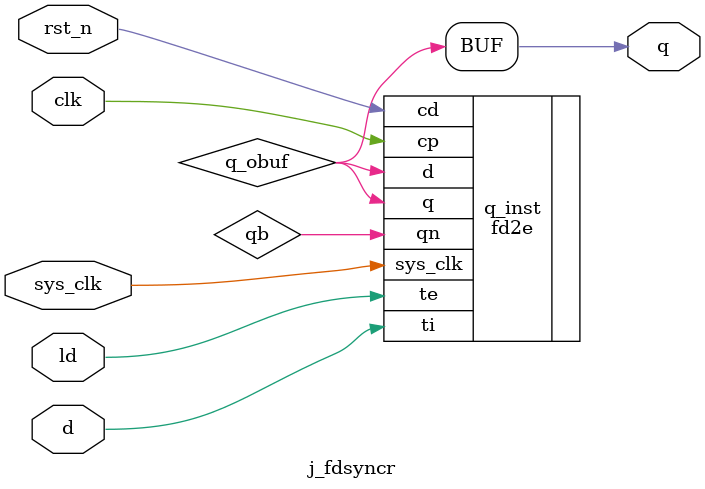
<source format=v>
/* verilator lint_off LITENDIAN */
//`include "defs.v"

module j_fdsyncr
(
	output q,
	input d,
	input ld,
	input clk,
	input rst_n,
	input sys_clk // Generated
);
wire qb;

// Output buffers
wire q_obuf;


// Output buffers
assign q = q_obuf;


// _DUPLO.NET (309) - q : fd2e
fd2e q_inst
(
	.q /* OUT */ (q_obuf),
	.qn /* OUT */ (qb),
	.d /* IN */ (q_obuf),
	.cp /* IN */ (clk),
	.cd /* IN */ (rst_n),
	.ti /* IN */ (d),
	.te /* IN */ (ld),
	.sys_clk(sys_clk) // Generated
);

// _DUPLO.NET (310) - dummy : dummy
endmodule
/* verilator lint_on LITENDIAN */

</source>
